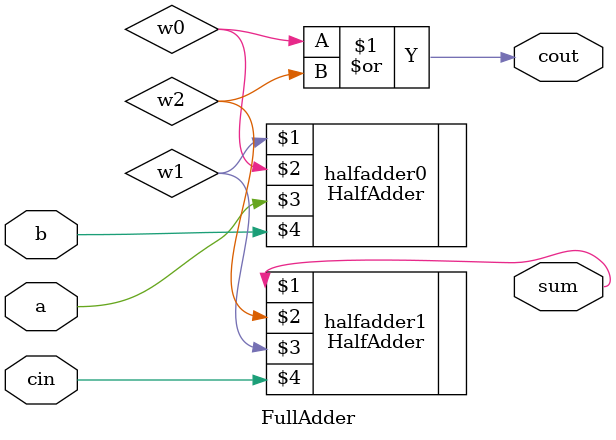
<source format=v>
/* módulo FullAdder */

`ifndef _FullAdder_
`define _FullAdder_

`include "HalfAdder.v"


module FullAdder(sum, cout, a, b, cin);
    // Declarando as entradas/saidas
    input a, b, cin;
    output cout, sum;
    wire w0, w1, w2;

    // Conexoes internas do modulo
    HalfAdder halfadder0(w1, w0, a, b);
    HalfAdder halfadder1(sum, w2, w1, cin);
    or or0(cout, w0, w2);

endmodule

`endif
</source>
